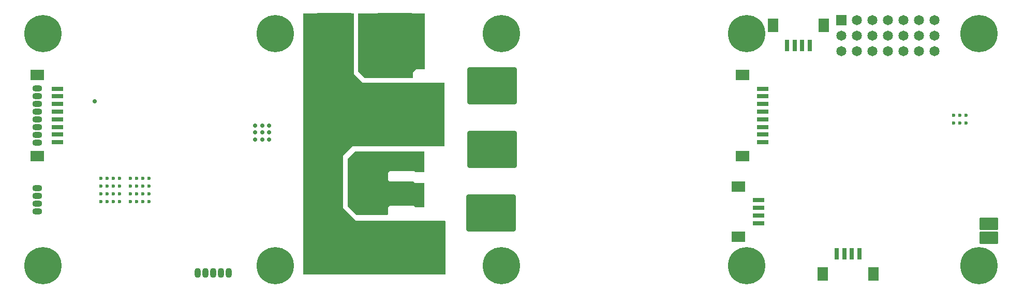
<source format=gbs>
G04*
G04 #@! TF.GenerationSoftware,Altium Limited,Altium Designer,21.0.8 (223)*
G04*
G04 Layer_Color=16711935*
%FSLAX25Y25*%
%MOIN*%
G70*
G04*
G04 #@! TF.SameCoordinates,386B6A0C-B290-4CC1-8F2B-2C95A909E97D*
G04*
G04*
G04 #@! TF.FilePolarity,Negative*
G04*
G01*
G75*
%ADD92C,0.06500*%
%ADD93R,0.06500X0.06500*%
%ADD95C,0.02362*%
G04:AMPARAMS|DCode=107|XSize=122.05mil|YSize=82.68mil|CornerRadius=5.91mil|HoleSize=0mil|Usage=FLASHONLY|Rotation=0.000|XOffset=0mil|YOffset=0mil|HoleType=Round|Shape=RoundedRectangle|*
%AMROUNDEDRECTD107*
21,1,0.12205,0.07087,0,0,0.0*
21,1,0.11024,0.08268,0,0,0.0*
1,1,0.01181,0.05512,-0.03543*
1,1,0.01181,-0.05512,-0.03543*
1,1,0.01181,-0.05512,0.03543*
1,1,0.01181,0.05512,0.03543*
%
%ADD107ROUNDEDRECTD107*%
%ADD108R,0.03150X0.07480*%
%ADD109R,0.06693X0.09055*%
%ADD110R,0.09055X0.06693*%
%ADD111R,0.07480X0.03150*%
G04:AMPARAMS|DCode=152|XSize=240.16mil|YSize=240.16mil|CornerRadius=13.78mil|HoleSize=0mil|Usage=FLASHONLY|Rotation=0.000|XOffset=0mil|YOffset=0mil|HoleType=Round|Shape=RoundedRectangle|*
%AMROUNDEDRECTD152*
21,1,0.24016,0.21260,0,0,0.0*
21,1,0.21260,0.24016,0,0,0.0*
1,1,0.02756,0.10630,-0.10630*
1,1,0.02756,-0.10630,-0.10630*
1,1,0.02756,-0.10630,0.10630*
1,1,0.02756,0.10630,0.10630*
%
%ADD152ROUNDEDRECTD152*%
G04:AMPARAMS|DCode=154|XSize=318.9mil|YSize=240.16mil|CornerRadius=13.78mil|HoleSize=0mil|Usage=FLASHONLY|Rotation=180.000|XOffset=0mil|YOffset=0mil|HoleType=Round|Shape=RoundedRectangle|*
%AMROUNDEDRECTD154*
21,1,0.31890,0.21260,0,0,180.0*
21,1,0.29134,0.24016,0,0,180.0*
1,1,0.02756,-0.14567,0.10630*
1,1,0.02756,0.14567,0.10630*
1,1,0.02756,0.14567,-0.10630*
1,1,0.02756,-0.14567,-0.10630*
%
%ADD154ROUNDEDRECTD154*%
%ADD174C,0.03740*%
%ADD175C,0.24016*%
%ADD176O,0.06299X0.04331*%
%ADD177O,0.04331X0.06299*%
%ADD178C,0.02756*%
G36*
X479022Y425695D02*
X473314D01*
X471152Y423533D01*
Y420049D01*
X440077D01*
X435758Y424369D01*
X435763Y461679D01*
X479022Y461679D01*
X479022Y425695D01*
D02*
G37*
G36*
X433160Y461796D02*
X433160Y422796D01*
X438771Y417185D01*
X491680Y417185D01*
Y376181D01*
X432408Y376181D01*
X426160Y369933D01*
X426160Y336433D01*
X434408Y328185D01*
X491826Y328185D01*
X492180Y327831D01*
X492160Y293433D01*
X400660Y293433D01*
X400660Y461796D01*
X433160Y461796D01*
D02*
G37*
G36*
X478463Y372752D02*
X478463Y359327D01*
X472754D01*
X471888Y360193D01*
X456327D01*
X455061Y358927D01*
X455061Y354520D01*
X456081Y353500D01*
X471561Y353500D01*
X472561Y352500D01*
X478463Y352500D01*
Y336827D01*
X472754D01*
X471888Y337693D01*
X456327D01*
X455061Y336427D01*
X455061Y334087D01*
X455061Y332101D01*
X454708Y331748D01*
X434813Y331748D01*
X429061Y337500D01*
X429061Y368000D01*
X433813Y372752D01*
X478463Y372752D01*
D02*
G37*
D92*
X807072Y437433D02*
D03*
Y447433D02*
D03*
Y457433D02*
D03*
X797072Y437433D02*
D03*
Y447433D02*
D03*
Y457433D02*
D03*
X787072Y437433D02*
D03*
Y447433D02*
D03*
Y457433D02*
D03*
X777072Y437433D02*
D03*
Y447433D02*
D03*
Y457433D02*
D03*
X767072Y437433D02*
D03*
Y447433D02*
D03*
Y457433D02*
D03*
X757072Y437433D02*
D03*
Y447433D02*
D03*
Y457433D02*
D03*
X747072Y437433D02*
D03*
Y447433D02*
D03*
D93*
Y457433D02*
D03*
D95*
X819572Y395933D02*
D03*
X823572D02*
D03*
Y390933D02*
D03*
X819572D02*
D03*
X827572Y395933D02*
D03*
Y390933D02*
D03*
X301160Y350433D02*
D03*
X293160D02*
D03*
X297160D02*
D03*
X289160D02*
D03*
X282160Y340433D02*
D03*
X301160Y345358D02*
D03*
X289160D02*
D03*
X293160D02*
D03*
X297160D02*
D03*
X282160Y345433D02*
D03*
X289160Y340433D02*
D03*
X293160D02*
D03*
X297160D02*
D03*
X301160D02*
D03*
X278160D02*
D03*
X274160D02*
D03*
X270160D02*
D03*
Y345433D02*
D03*
X274160D02*
D03*
X278160D02*
D03*
X274160Y350433D02*
D03*
X270160D02*
D03*
X278160D02*
D03*
X282160D02*
D03*
Y355433D02*
D03*
X278160D02*
D03*
X274160D02*
D03*
X289160D02*
D03*
X293160D02*
D03*
X297160D02*
D03*
X301160D02*
D03*
X270160D02*
D03*
D107*
X842072Y316933D02*
D03*
Y325933D02*
D03*
D108*
X726954Y441090D02*
D03*
X722033D02*
D03*
X717112D02*
D03*
X712190D02*
D03*
X744190Y306776D02*
D03*
X749112D02*
D03*
X754033D02*
D03*
X758954D02*
D03*
D109*
X703332Y454083D02*
D03*
X735812D02*
D03*
X767812Y293783D02*
D03*
X735332D02*
D03*
D110*
X680923Y350173D02*
D03*
Y317693D02*
D03*
X683572Y422016D02*
D03*
Y369850D02*
D03*
X229160D02*
D03*
Y422016D02*
D03*
D111*
X693915Y326551D02*
D03*
Y331472D02*
D03*
Y336394D02*
D03*
Y341315D02*
D03*
X696564Y378709D02*
D03*
Y383630D02*
D03*
Y388551D02*
D03*
Y393472D02*
D03*
Y398394D02*
D03*
Y403315D02*
D03*
Y408236D02*
D03*
Y413158D02*
D03*
X242152D02*
D03*
Y408236D02*
D03*
Y403315D02*
D03*
Y398394D02*
D03*
Y393472D02*
D03*
Y388551D02*
D03*
Y383630D02*
D03*
Y378709D02*
D03*
D152*
X459660Y449933D02*
D03*
X420660D02*
D03*
D154*
X522160Y414933D02*
D03*
X521660Y332933D02*
D03*
X522160Y373933D02*
D03*
D174*
X839072Y316933D02*
D03*
X845072D02*
D03*
Y325933D02*
D03*
X839072D02*
D03*
X451660Y441933D02*
D03*
X459660D02*
D03*
X467660D02*
D03*
Y449933D02*
D03*
X459660D02*
D03*
X451660D02*
D03*
Y457933D02*
D03*
X467660D02*
D03*
X459660D02*
D03*
X412660Y441933D02*
D03*
X420660D02*
D03*
X428660D02*
D03*
Y449933D02*
D03*
X420660D02*
D03*
X412660D02*
D03*
Y457933D02*
D03*
X428660D02*
D03*
X420660D02*
D03*
X534160Y422933D02*
D03*
X526160D02*
D03*
X518160D02*
D03*
X510160D02*
D03*
Y414933D02*
D03*
X518160D02*
D03*
X526160D02*
D03*
X534160D02*
D03*
Y406933D02*
D03*
X510160D02*
D03*
X518160D02*
D03*
X526160D02*
D03*
X525660Y324933D02*
D03*
X517660D02*
D03*
X509660D02*
D03*
X533660D02*
D03*
Y332933D02*
D03*
X525660D02*
D03*
X517660D02*
D03*
X509660D02*
D03*
Y340933D02*
D03*
X517660D02*
D03*
X525660D02*
D03*
X533660D02*
D03*
X526160Y365933D02*
D03*
X518160D02*
D03*
X510160D02*
D03*
X534160D02*
D03*
Y373933D02*
D03*
X526160D02*
D03*
X518160D02*
D03*
X510160D02*
D03*
Y381933D02*
D03*
X518160D02*
D03*
X526160D02*
D03*
X534160D02*
D03*
D175*
X686352Y299213D02*
D03*
X835958Y448819D02*
D03*
X686352D02*
D03*
X835958Y299213D02*
D03*
X528215Y448819D02*
D03*
Y299213D02*
D03*
X232940Y448819D02*
D03*
X382546D02*
D03*
Y299213D02*
D03*
X232940D02*
D03*
D176*
X229160Y413433D02*
D03*
Y333933D02*
D03*
Y338933D02*
D03*
Y343933D02*
D03*
Y348933D02*
D03*
Y378433D02*
D03*
Y383433D02*
D03*
Y388433D02*
D03*
Y393433D02*
D03*
Y398433D02*
D03*
Y403433D02*
D03*
Y408433D02*
D03*
D177*
X332660Y294433D02*
D03*
X337660D02*
D03*
X352660D02*
D03*
X347660D02*
D03*
X342660D02*
D03*
D178*
X266160Y404933D02*
D03*
X369660Y380433D02*
D03*
X378660D02*
D03*
X369660Y389433D02*
D03*
X378660D02*
D03*
X374160Y380433D02*
D03*
X369660Y384933D02*
D03*
X374160Y389433D02*
D03*
X378660Y384933D02*
D03*
X374160D02*
D03*
M02*

</source>
